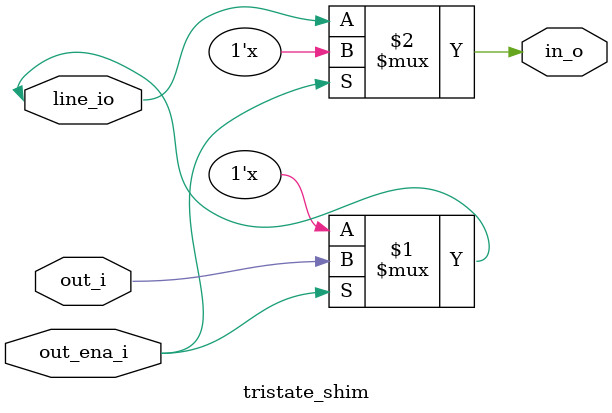
<source format=sv>

module tristate_shim (
  input  wire out_ena_i,
  input  wire out_i,
  output wire in_o,
  inout  wire line_io
);

  assign line_io = out_ena_i ? out_i : 1'bz;
  assign in_o    = out_ena_i ? 1'bx : line_io;

endmodule : tristate_shim

</source>
